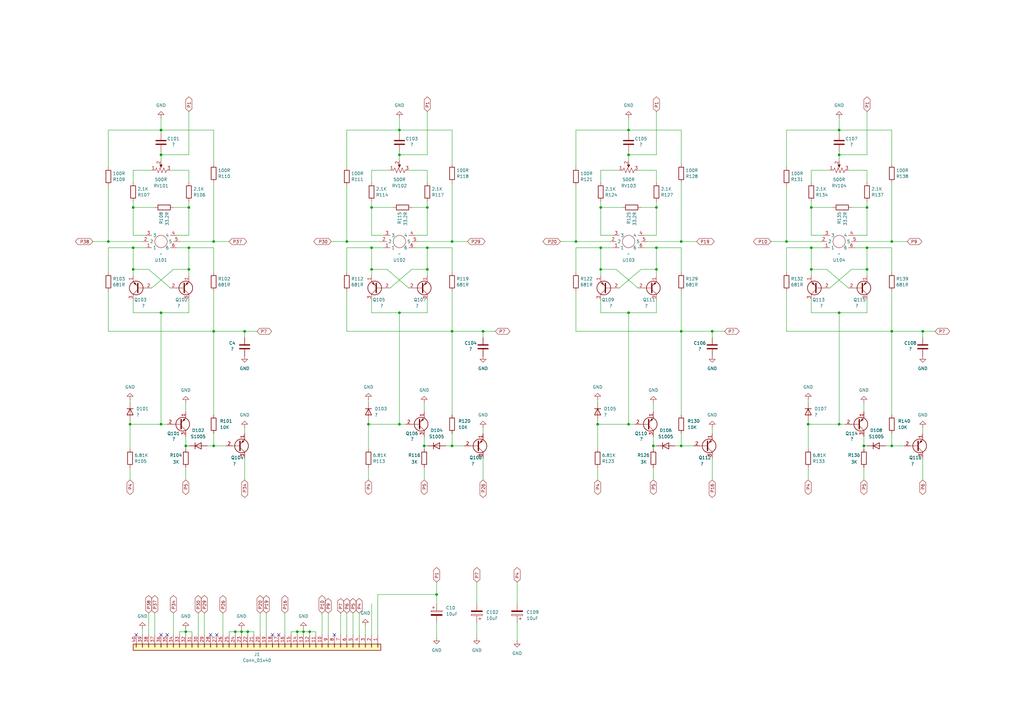
<source format=kicad_sch>
(kicad_sch (version 20250114) (generator "eeschema") (generator_version "9.0")
  (paper "A3")
  (junction (at 257.81 173.99))
  (junction (at 355.6 85.09))
  (junction (at 292.1 135.89))
  (junction (at 279.4 99.06))
  (junction (at 151.13 173.99))
  (junction (at 76.2 182.88))
  (junction (at 322.58 99.06))
  (junction (at 355.6 110.49))
  (junction (at 246.38 85.09))
  (junction (at 185.42 99.06))
  (junction (at 77.47 101.6))
  (junction (at 269.24 101.6))
  (junction (at 44.45 99.06))
  (junction (at 175.26 101.6))
  (junction (at 152.4 110.49))
  (junction (at 54.61 101.6))
  (junction (at 179.07 243.84))
  (junction (at 53.34 173.99))
  (junction (at 152.4 101.6))
  (junction (at 257.81 63.5))
  (junction (at 344.17 128.27))
  (junction (at 66.04 53.34))
  (junction (at 267.97 182.88))
  (junction (at 365.76 135.89))
  (junction (at 185.42 182.88))
  (junction (at 246.38 110.49))
  (junction (at 96.52 259.08))
  (junction (at 87.63 182.88))
  (junction (at 87.63 135.89))
  (junction (at 198.12 135.89))
  (junction (at 355.6 101.6))
  (junction (at 142.24 99.06))
  (junction (at 163.83 53.34))
  (junction (at 121.92 259.08))
  (junction (at 257.81 53.34))
  (junction (at 77.47 85.09))
  (junction (at 246.38 101.6))
  (junction (at 344.17 53.34))
  (junction (at 365.76 99.06))
  (junction (at 269.24 110.49))
  (junction (at 87.63 99.06))
  (junction (at 331.47 173.99))
  (junction (at 175.26 110.49))
  (junction (at 100.33 135.89))
  (junction (at 66.04 173.99))
  (junction (at 101.6 259.08))
  (junction (at 99.06 259.08))
  (junction (at 127 259.08))
  (junction (at 332.74 110.49))
  (junction (at 257.81 128.27))
  (junction (at 152.4 85.09))
  (junction (at 185.42 135.89))
  (junction (at 124.46 259.08))
  (junction (at 54.61 85.09))
  (junction (at 66.04 128.27))
  (junction (at 378.46 135.89))
  (junction (at 77.47 110.49))
  (junction (at 236.22 99.06))
  (junction (at 163.83 173.99))
  (junction (at 163.83 128.27))
  (junction (at 66.04 63.5))
  (junction (at 54.61 110.49))
  (junction (at 332.74 101.6))
  (junction (at 163.83 63.5))
  (junction (at 269.24 85.09))
  (junction (at 344.17 63.5))
  (junction (at 76.2 259.08))
  (junction (at 332.74 85.09))
  (junction (at 365.76 182.88))
  (junction (at 279.4 182.88))
  (junction (at 344.17 173.99))
  (junction (at 175.26 85.09))
  (junction (at 173.99 182.88))
  (junction (at 279.4 135.89))
  (junction (at 245.11 173.99))
  (junction (at 354.33 182.88))
  (no_connect (at 114.3 260.35))
  (no_connect (at 88.9 260.35))
  (no_connect (at 86.36 260.35))
  (no_connect (at 111.76 260.35))
  (no_connect (at 137.16 260.35))
  (no_connect (at 55.88 260.35))
  (no_connect (at 66.04 260.35))
  (no_connect (at 68.58 260.35))
  (wire (pts (xy 246.38 85.09) (xy 246.38 82.55)))
  (wire (pts (xy 185.42 182.88) (xy 190.5 182.88)))
  (wire (pts (xy 363.22 182.88) (xy 365.76 182.88)))
  (wire (pts (xy 344.17 54.61) (xy 344.17 53.34)))
  (wire (pts (xy 365.76 177.8) (xy 365.76 182.88)))
  (wire (pts (xy 365.76 182.88) (xy 370.84 182.88)))
  (wire (pts (xy 245.11 196.85) (xy 245.11 191.77)))
  (wire (pts (xy 262.89 110.49) (xy 254 118.11)))
  (wire (pts (xy 332.74 110.49) (xy 332.74 113.03)))
  (wire (pts (xy 267.97 184.15) (xy 267.97 182.88)))
  (wire (pts (xy 157.48 101.6) (xy 152.4 101.6)))
  (wire (pts (xy 83.82 251.46) (xy 83.82 260.35)))
  (wire (pts (xy 142.24 119.38) (xy 142.24 135.89)))
  (wire (pts (xy 127 259.08) (xy 127 260.35)))
  (wire (pts (xy 332.74 85.09) (xy 332.74 82.55)))
  (wire (pts (xy 236.22 119.38) (xy 236.22 135.89)))
  (wire (pts (xy 365.76 135.89) (xy 378.46 135.89)))
  (wire (pts (xy 245.11 173.99) (xy 245.11 184.15)))
  (wire (pts (xy 322.58 135.89) (xy 365.76 135.89)))
  (wire (pts (xy 331.47 196.85) (xy 331.47 191.77)))
  (wire (pts (xy 347.98 118.11) (xy 339.09 110.49)))
  (wire (pts (xy 349.25 110.49) (xy 340.36 118.11)))
  (wire (pts (xy 355.6 63.5) (xy 344.17 63.5)))
  (wire (pts (xy 185.42 67.31) (xy 185.42 53.34)))
  (wire (pts (xy 78.74 259.08) (xy 76.2 259.08)))
  (wire (pts (xy 96.52 260.35) (xy 96.52 259.08)))
  (wire (pts (xy 66.04 128.27) (xy 77.47 128.27)))
  (wire (pts (xy 121.92 259.08) (xy 119.38 259.08)))
  (wire (pts (xy 185.42 135.89) (xy 185.42 170.18)))
  (wire (pts (xy 269.24 110.49) (xy 262.89 110.49)))
  (wire (pts (xy 257.81 173.99) (xy 257.81 128.27)))
  (wire (pts (xy 76.2 182.88) (xy 77.47 182.88)))
  (wire (pts (xy 264.16 101.6) (xy 269.24 101.6)))
  (wire (pts (xy 71.12 251.46) (xy 71.12 260.35)))
  (wire (pts (xy 185.42 119.38) (xy 185.42 135.89)))
  (wire (pts (xy 77.47 45.72) (xy 77.47 63.5)))
  (wire (pts (xy 163.83 173.99) (xy 166.37 173.99)))
  (wire (pts (xy 93.98 99.06) (xy 87.63 99.06)))
  (wire (pts (xy 44.45 53.34) (xy 66.04 53.34)))
  (wire (pts (xy 257.81 54.61) (xy 257.81 53.34)))
  (wire (pts (xy 168.91 110.49) (xy 160.02 118.11)))
  (wire (pts (xy 142.24 101.6) (xy 152.4 101.6)))
  (wire (pts (xy 87.63 67.31) (xy 87.63 53.34)))
  (wire (pts (xy 365.76 119.38) (xy 365.76 135.89)))
  (wire (pts (xy 54.61 128.27) (xy 54.61 123.19)))
  (wire (pts (xy 101.6 260.35) (xy 101.6 259.08)))
  (wire (pts (xy 337.82 96.52) (xy 332.74 96.52)))
  (wire (pts (xy 173.99 184.15) (xy 173.99 182.88)))
  (wire (pts (xy 245.11 165.1) (xy 245.11 163.83)))
  (wire (pts (xy 179.07 243.84) (xy 154.94 243.84)))
  (wire (pts (xy 257.81 128.27) (xy 269.24 128.27)))
  (wire (pts (xy 378.46 175.26) (xy 378.46 177.8)))
  (wire (pts (xy 53.34 173.99) (xy 53.34 184.15)))
  (wire (pts (xy 77.47 101.6) (xy 77.47 110.49)))
  (wire (pts (xy 76.2 191.77) (xy 76.2 196.85)))
  (wire (pts (xy 119.38 259.08) (xy 119.38 260.35)))
  (wire (pts (xy 175.26 101.6) (xy 185.42 101.6)))
  (wire (pts (xy 152.4 96.52) (xy 152.4 85.09)))
  (wire (pts (xy 378.46 187.96) (xy 378.46 196.85)))
  (wire (pts (xy 261.62 118.11) (xy 252.73 110.49)))
  (wire (pts (xy 87.63 135.89) (xy 100.33 135.89)))
  (wire (pts (xy 142.24 251.46) (xy 142.24 260.35)))
  (wire (pts (xy 246.38 96.52) (xy 246.38 85.09)))
  (wire (pts (xy 87.63 135.89) (xy 87.63 170.18)))
  (wire (pts (xy 109.22 251.46) (xy 109.22 260.35)))
  (wire (pts (xy 59.69 101.6) (xy 54.61 101.6)))
  (wire (pts (xy 152.4 69.85) (xy 152.4 74.93)))
  (wire (pts (xy 100.33 187.96) (xy 100.33 196.85)))
  (wire (pts (xy 69.85 69.85) (xy 77.47 69.85)))
  (wire (pts (xy 322.58 119.38) (xy 322.58 135.89)))
  (wire (pts (xy 53.34 173.99) (xy 66.04 173.99)))
  (wire (pts (xy 355.6 110.49) (xy 355.6 113.03)))
  (wire (pts (xy 355.6 101.6) (xy 355.6 110.49)))
  (wire (pts (xy 331.47 173.99) (xy 344.17 173.99)))
  (wire (pts (xy 355.6 110.49) (xy 349.25 110.49)))
  (wire (pts (xy 54.61 128.27) (xy 66.04 128.27)))
  (wire (pts (xy 173.99 182.88) (xy 175.26 182.88)))
  (wire (pts (xy 142.24 76.2) (xy 142.24 99.06)))
  (wire (pts (xy 54.61 69.85) (xy 54.61 74.93)))
  (wire (pts (xy 151.13 172.72) (xy 151.13 173.99)))
  (wire (pts (xy 279.4 67.31) (xy 279.4 53.34)))
  (wire (pts (xy 344.17 53.34) (xy 365.76 53.34)))
  (wire (pts (xy 175.26 101.6) (xy 175.26 110.49)))
  (wire (pts (xy 185.42 135.89) (xy 198.12 135.89)))
  (wire (pts (xy 195.58 238.76) (xy 195.58 247.65)))
  (wire (pts (xy 44.45 101.6) (xy 44.45 111.76)))
  (wire (pts (xy 76.2 165.1) (xy 76.2 168.91)))
  (wire (pts (xy 198.12 135.89) (xy 198.12 138.43)))
  (wire (pts (xy 279.4 177.8) (xy 279.4 182.88)))
  (wire (pts (xy 292.1 135.89) (xy 297.18 135.89)))
  (wire (pts (xy 151.13 165.1) (xy 151.13 163.83)))
  (wire (pts (xy 198.12 135.89) (xy 203.2 135.89)))
  (wire (pts (xy 66.04 62.23) (xy 66.04 63.5)))
  (wire (pts (xy 168.91 85.09) (xy 175.26 85.09)))
  (wire (pts (xy 182.88 182.88) (xy 185.42 182.88)))
  (wire (pts (xy 100.33 175.26) (xy 100.33 177.8)))
  (wire (pts (xy 73.66 99.06) (xy 87.63 99.06)))
  (wire (pts (xy 332.74 96.52) (xy 332.74 85.09)))
  (wire (pts (xy 279.4 135.89) (xy 279.4 170.18)))
  (wire (pts (xy 44.45 53.34) (xy 44.45 68.58)))
  (wire (pts (xy 262.89 85.09) (xy 269.24 85.09)))
  (wire (pts (xy 167.64 69.85) (xy 175.26 69.85)))
  (wire (pts (xy 316.23 99.06) (xy 322.58 99.06)))
  (wire (pts (xy 63.5 85.09) (xy 54.61 85.09)))
  (wire (pts (xy 355.6 85.09) (xy 355.6 82.55)))
  (wire (pts (xy 72.39 96.52) (xy 77.47 96.52)))
  (wire (pts (xy 212.09 238.76) (xy 212.09 247.65)))
  (wire (pts (xy 152.4 101.6) (xy 152.4 110.49)))
  (wire (pts (xy 236.22 101.6) (xy 236.22 111.76)))
  (wire (pts (xy 163.83 54.61) (xy 163.83 53.34)))
  (wire (pts (xy 265.43 99.06) (xy 279.4 99.06)))
  (wire (pts (xy 62.23 69.85) (xy 54.61 69.85)))
  (wire (pts (xy 44.45 135.89) (xy 87.63 135.89)))
  (wire (pts (xy 93.98 259.08) (xy 96.52 259.08)))
  (wire (pts (xy 341.63 85.09) (xy 332.74 85.09)))
  (wire (pts (xy 251.46 96.52) (xy 246.38 96.52)))
  (wire (pts (xy 53.34 196.85) (xy 53.34 191.77)))
  (wire (pts (xy 365.76 99.06) (xy 365.76 74.93)))
  (wire (pts (xy 66.04 53.34) (xy 66.04 48.26)))
  (wire (pts (xy 372.11 99.06) (xy 365.76 99.06)))
  (wire (pts (xy 322.58 101.6) (xy 332.74 101.6)))
  (wire (pts (xy 87.63 99.06) (xy 87.63 74.93)))
  (wire (pts (xy 173.99 182.88) (xy 173.99 179.07)))
  (wire (pts (xy 142.24 135.89) (xy 185.42 135.89)))
  (wire (pts (xy 151.13 173.99) (xy 163.83 173.99)))
  (wire (pts (xy 355.6 96.52) (xy 355.6 85.09)))
  (wire (pts (xy 167.64 118.11) (xy 158.75 110.49)))
  (wire (pts (xy 279.4 135.89) (xy 292.1 135.89)))
  (wire (pts (xy 349.25 85.09) (xy 355.6 85.09)))
  (wire (pts (xy 344.17 63.5) (xy 344.17 66.04)))
  (wire (pts (xy 331.47 172.72) (xy 331.47 173.99)))
  (wire (pts (xy 77.47 110.49) (xy 77.47 113.03)))
  (wire (pts (xy 279.4 99.06) (xy 279.4 74.93)))
  (wire (pts (xy 44.45 101.6) (xy 54.61 101.6)))
  (wire (pts (xy 269.24 69.85) (xy 269.24 74.93)))
  (wire (pts (xy 124.46 259.08) (xy 121.92 259.08)))
  (wire (pts (xy 66.04 173.99) (xy 68.58 173.99)))
  (wire (pts (xy 257.81 53.34) (xy 279.4 53.34)))
  (wire (pts (xy 344.17 53.34) (xy 344.17 48.26)))
  (wire (pts (xy 66.04 54.61) (xy 66.04 53.34)))
  (wire (pts (xy 106.68 251.46) (xy 106.68 260.35)))
  (wire (pts (xy 179.07 238.76) (xy 179.07 243.84)))
  (wire (pts (xy 76.2 257.81) (xy 76.2 259.08)))
  (wire (pts (xy 179.07 243.84) (xy 179.07 247.65)))
  (wire (pts (xy 292.1 175.26) (xy 292.1 177.8)))
  (wire (pts (xy 355.6 69.85) (xy 355.6 74.93)))
  (wire (pts (xy 246.38 101.6) (xy 246.38 110.49)))
  (wire (pts (xy 77.47 110.49) (xy 71.12 110.49)))
  (wire (pts (xy 77.47 69.85) (xy 77.47 74.93)))
  (wire (pts (xy 116.84 251.46) (xy 116.84 260.35)))
  (wire (pts (xy 175.26 96.52) (xy 175.26 85.09)))
  (wire (pts (xy 344.17 128.27) (xy 355.6 128.27)))
  (wire (pts (xy 355.6 101.6) (xy 365.76 101.6)))
  (wire (pts (xy 236.22 76.2) (xy 236.22 99.06)))
  (wire (pts (xy 257.81 63.5) (xy 257.81 66.04)))
  (wire (pts (xy 60.96 110.49) (xy 54.61 110.49)))
  (wire (pts (xy 142.24 53.34) (xy 163.83 53.34)))
  (wire (pts (xy 121.92 259.08) (xy 121.92 260.35)))
  (wire (pts (xy 365.76 111.76) (xy 365.76 101.6)))
  (wire (pts (xy 365.76 67.31) (xy 365.76 53.34)))
  (wire (pts (xy 175.26 45.72) (xy 175.26 63.5)))
  (wire (pts (xy 53.34 172.72) (xy 53.34 173.99)))
  (wire (pts (xy 344.17 62.23) (xy 344.17 63.5)))
  (wire (pts (xy 99.06 260.35) (xy 99.06 259.08)))
  (wire (pts (xy 198.12 175.26) (xy 198.12 177.8)))
  (wire (pts (xy 350.52 96.52) (xy 355.6 96.52)))
  (wire (pts (xy 269.24 110.49) (xy 269.24 113.03)))
  (wire (pts (xy 152.4 128.27) (xy 163.83 128.27)))
  (wire (pts (xy 77.47 85.09) (xy 77.47 82.55)))
  (wire (pts (xy 129.54 259.08) (xy 127 259.08)))
  (wire (pts (xy 175.26 63.5) (xy 163.83 63.5)))
  (wire (pts (xy 269.24 85.09) (xy 269.24 82.55)))
  (wire (pts (xy 124.46 257.81) (xy 124.46 259.08)))
  (wire (pts (xy 152.4 85.09) (xy 152.4 82.55)))
  (wire (pts (xy 54.61 110.49) (xy 54.61 113.03)))
  (wire (pts (xy 257.81 53.34) (xy 257.81 48.26)))
  (wire (pts (xy 257.81 62.23) (xy 257.81 63.5)))
  (wire (pts (xy 179.07 255.27) (xy 179.07 261.62)))
  (wire (pts (xy 236.22 101.6) (xy 246.38 101.6)))
  (wire (pts (xy 269.24 128.27) (xy 269.24 123.19)))
  (wire (pts (xy 245.11 172.72) (xy 245.11 173.99)))
  (wire (pts (xy 279.4 111.76) (xy 279.4 101.6)))
  (wire (pts (xy 44.45 76.2) (xy 44.45 99.06)))
  (wire (pts (xy 77.47 63.5) (xy 66.04 63.5)))
  (wire (pts (xy 355.6 128.27) (xy 355.6 123.19)))
  (wire (pts (xy 198.12 187.96) (xy 198.12 196.85)))
  (wire (pts (xy 322.58 76.2) (xy 322.58 99.06)))
  (wire (pts (xy 163.83 63.5) (xy 163.83 66.04)))
  (wire (pts (xy 254 69.85) (xy 246.38 69.85)))
  (wire (pts (xy 147.32 251.46) (xy 147.32 260.35)))
  (wire (pts (xy 212.09 255.27) (xy 212.09 262.89)))
  (wire (pts (xy 77.47 96.52) (xy 77.47 85.09)))
  (wire (pts (xy 142.24 99.06) (xy 156.21 99.06)))
  (wire (pts (xy 163.83 128.27) (xy 175.26 128.27)))
  (wire (pts (xy 163.83 62.23) (xy 163.83 63.5)))
  (wire (pts (xy 322.58 101.6) (xy 322.58 111.76)))
  (wire (pts (xy 246.38 110.49) (xy 246.38 113.03)))
  (wire (pts (xy 100.33 135.89) (xy 105.41 135.89)))
  (wire (pts (xy 175.26 110.49) (xy 168.91 110.49)))
  (wire (pts (xy 66.04 173.99) (xy 66.04 128.27)))
  (wire (pts (xy 251.46 101.6) (xy 246.38 101.6)))
  (wire (pts (xy 44.45 119.38) (xy 44.45 135.89)))
  (wire (pts (xy 246.38 128.27) (xy 246.38 123.19)))
  (wire (pts (xy 151.13 173.99) (xy 151.13 184.15)))
  (wire (pts (xy 351.79 99.06) (xy 365.76 99.06)))
  (wire (pts (xy 185.42 111.76) (xy 185.42 101.6)))
  (wire (pts (xy 185.42 99.06) (xy 185.42 74.93)))
  (wire (pts (xy 267.97 191.77) (xy 267.97 196.85)))
  (wire (pts (xy 261.62 69.85) (xy 269.24 69.85)))
  (wire (pts (xy 337.82 101.6) (xy 332.74 101.6)))
  (wire (pts (xy 355.6 45.72) (xy 355.6 63.5)))
  (wire (pts (xy 72.39 101.6) (xy 77.47 101.6)))
  (wire (pts (xy 344.17 173.99) (xy 344.17 128.27)))
  (wire (pts (xy 76.2 184.15) (xy 76.2 182.88)))
  (wire (pts (xy 322.58 53.34) (xy 344.17 53.34)))
  (wire (pts (xy 158.75 110.49) (xy 152.4 110.49)))
  (wire (pts (xy 163.83 53.34) (xy 185.42 53.34)))
  (wire (pts (xy 378.46 135.89) (xy 378.46 138.43)))
  (wire (pts (xy 378.46 135.89) (xy 383.54 135.89)))
  (wire (pts (xy 269.24 63.5) (xy 257.81 63.5)))
  (wire (pts (xy 347.98 69.85) (xy 355.6 69.85)))
  (wire (pts (xy 332.74 69.85) (xy 332.74 74.93)))
  (wire (pts (xy 132.08 251.46) (xy 132.08 260.35)))
  (wire (pts (xy 267.97 182.88) (xy 267.97 179.07)))
  (wire (pts (xy 354.33 191.77) (xy 354.33 196.85)))
  (wire (pts (xy 365.76 135.89) (xy 365.76 170.18)))
  (wire (pts (xy 124.46 259.08) (xy 124.46 260.35)))
  (wire (pts (xy 81.28 251.46) (xy 81.28 260.35)))
  (wire (pts (xy 285.75 99.06) (xy 279.4 99.06)))
  (wire (pts (xy 185.42 177.8) (xy 185.42 182.88)))
  (wire (pts (xy 354.33 182.88) (xy 355.6 182.88)))
  (wire (pts (xy 332.74 128.27) (xy 344.17 128.27)))
  (wire (pts (xy 151.13 196.85) (xy 151.13 191.77)))
  (wire (pts (xy 170.18 96.52) (xy 175.26 96.52)))
  (wire (pts (xy 99.06 257.81) (xy 99.06 259.08)))
  (wire (pts (xy 269.24 45.72) (xy 269.24 63.5)))
  (wire (pts (xy 149.86 256.54) (xy 149.86 260.35)))
  (wire (pts (xy 175.26 69.85) (xy 175.26 74.93)))
  (wire (pts (xy 236.22 53.34) (xy 236.22 68.58)))
  (wire (pts (xy 279.4 119.38) (xy 279.4 135.89)))
  (wire (pts (xy 60.96 251.46) (xy 60.96 260.35)))
  (wire (pts (xy 69.85 118.11) (xy 60.96 110.49)))
  (wire (pts (xy 173.99 191.77) (xy 173.99 196.85)))
  (wire (pts (xy 170.18 101.6) (xy 175.26 101.6)))
  (wire (pts (xy 344.17 173.99) (xy 346.71 173.99)))
  (wire (pts (xy 91.44 251.46) (xy 91.44 260.35)))
  (wire (pts (xy 71.12 110.49) (xy 62.23 118.11)))
  (wire (pts (xy 85.09 182.88) (xy 87.63 182.88)))
  (wire (pts (xy 332.74 101.6) (xy 332.74 110.49)))
  (wire (pts (xy 76.2 259.08) (xy 76.2 260.35)))
  (wire (pts (xy 77.47 101.6) (xy 87.63 101.6)))
  (wire (pts (xy 104.14 260.35) (xy 104.14 259.08)))
  (wire (pts (xy 292.1 135.89) (xy 292.1 138.43)))
  (wire (pts (xy 269.24 182.88) (xy 267.97 182.88)))
  (wire (pts (xy 87.63 111.76) (xy 87.63 101.6)))
  (wire (pts (xy 163.83 173.99) (xy 163.83 128.27)))
  (wire (pts (xy 54.61 101.6) (xy 54.61 110.49)))
  (wire (pts (xy 245.11 173.99) (xy 257.81 173.99)))
  (wire (pts (xy 73.66 259.08) (xy 76.2 259.08)))
  (wire (pts (xy 339.09 110.49) (xy 332.74 110.49)))
  (wire (pts (xy 152.4 128.27) (xy 152.4 123.19)))
  (wire (pts (xy 100.33 135.89) (xy 100.33 138.43)))
  (wire (pts (xy 236.22 135.89) (xy 279.4 135.89)))
  (wire (pts (xy 175.26 85.09) (xy 175.26 82.55)))
  (wire (pts (xy 58.42 257.81) (xy 58.42 260.35)))
  (wire (pts (xy 87.63 119.38) (xy 87.63 135.89)))
  (wire (pts (xy 229.87 99.06) (xy 236.22 99.06)))
  (wire (pts (xy 73.66 260.35) (xy 73.66 259.08)))
  (wire (pts (xy 331.47 173.99) (xy 331.47 184.15)))
  (wire (pts (xy 246.38 69.85) (xy 246.38 74.93)))
  (wire (pts (xy 87.63 182.88) (xy 92.71 182.88)))
  (wire (pts (xy 142.24 101.6) (xy 142.24 111.76)))
  (wire (pts (xy 71.12 85.09) (xy 77.47 85.09)))
  (wire (pts (xy 134.62 251.46) (xy 134.62 260.35)))
  (wire (pts (xy 354.33 165.1) (xy 354.33 168.91)))
  (wire (pts (xy 63.5 251.46) (xy 63.5 260.35)))
  (wire (pts (xy 292.1 187.96) (xy 292.1 196.85)))
  (wire (pts (xy 354.33 182.88) (xy 354.33 179.07)))
  (wire (pts (xy 66.04 53.34) (xy 87.63 53.34)))
  (wire (pts (xy 157.48 96.52) (xy 152.4 96.52)))
  (wire (pts (xy 350.52 101.6) (xy 355.6 101.6)))
  (wire (pts (xy 276.86 182.88) (xy 279.4 182.88)))
  (wire (pts (xy 44.45 99.06) (xy 58.42 99.06)))
  (wire (pts (xy 264.16 96.52) (xy 269.24 96.52)))
  (wire (pts (xy 267.97 165.1) (xy 267.97 168.91)))
  (wire (pts (xy 135.89 99.06) (xy 142.24 99.06)))
  (wire (pts (xy 53.34 165.1) (xy 53.34 163.83)))
  (wire (pts (xy 175.26 110.49) (xy 175.26 113.03)))
  (wire (pts (xy 279.4 182.88) (xy 284.48 182.88)))
  (wire (pts (xy 154.94 243.84) (xy 154.94 260.35)))
  (wire (pts (xy 54.61 85.09) (xy 54.61 82.55)))
  (wire (pts (xy 354.33 184.15) (xy 354.33 182.88)))
  (wire (pts (xy 252.73 110.49) (xy 246.38 110.49)))
  (wire (pts (xy 76.2 182.88) (xy 76.2 179.07)))
  (wire (pts (xy 191.77 99.06) (xy 185.42 99.06)))
  (wire (pts (xy 173.99 165.1) (xy 173.99 168.91)))
  (wire (pts (xy 322.58 53.34) (xy 322.58 68.58)))
  (wire (pts (xy 246.38 128.27) (xy 257.81 128.27)))
  (wire (pts (xy 129.54 260.35) (xy 129.54 259.08)))
  (wire (pts (xy 331.47 165.1) (xy 331.47 163.83)))
  (wire (pts (xy 77.47 128.27) (xy 77.47 123.19)))
  (wire (pts (xy 171.45 99.06) (xy 185.42 99.06)))
  (wire (pts (xy 144.78 251.46) (xy 144.78 260.35)))
  (wire (pts (xy 104.14 259.08) (xy 101.6 259.08)))
  (wire (pts (xy 163.83 53.34) (xy 163.83 48.26)))
  (wire (pts (xy 322.58 99.06) (xy 336.55 99.06)))
  (wire (pts (xy 99.06 259.08) (xy 96.52 259.08)))
  (wire (pts (xy 175.26 128.27) (xy 175.26 123.19)))
  (wire (pts (xy 127 259.08) (xy 124.46 259.08)))
  (wire (pts (xy 59.69 96.52) (xy 54.61 96.52)))
  (wire (pts (xy 255.27 85.09) (xy 246.38 85.09)))
  (wire (pts (xy 195.58 255.27) (xy 195.58 261.62)))
  (wire (pts (xy 160.02 69.85) (xy 152.4 69.85)))
  (wire (pts (xy 101.6 259.08) (xy 99.06 259.08)))
  (wire (pts (xy 152.4 110.49) (xy 152.4 113.03)))
  (wire (pts (xy 340.36 69.85) (xy 332.74 69.85)))
  (wire (pts (xy 93.98 259.08) (xy 93.98 260.35)))
  (wire (pts (xy 142.24 53.34) (xy 142.24 68.58)))
  (wire (pts (xy 332.74 128.27) (xy 332.74 123.19)))
  (wire (pts (xy 161.29 85.09) (xy 152.4 85.09)))
  (wire (pts (xy 78.74 260.35) (xy 78.74 259.08)))
  (wire (pts (xy 66.04 63.5) (xy 66.04 66.04)))
  (wire (pts (xy 257.81 173.99) (xy 260.35 173.99)))
  (wire (pts (xy 236.22 53.34) (xy 257.81 53.34)))
  (wire (pts (xy 236.22 99.06) (xy 250.19 99.06)))
  (wire (pts (xy 87.63 177.8) (xy 87.63 182.88)))
  (wire (pts (xy 269.24 96.52) (xy 269.24 85.09)))
  (wire (pts (xy 54.61 96.52) (xy 54.61 85.09)))
  (wire (pts (xy 139.7 251.46) (xy 139.7 260.35)))
  (wire (pts (xy 152.4 247.65) (xy 152.4 260.35)))
  (wire (pts (xy 269.24 101.6) (xy 279.4 101.6)))
  (wire (pts (xy 269.24 101.6) (xy 269.24 110.49)))
  (wire (pts (xy 38.1 99.06) (xy 44.45 99.06)))
  (global_label "P26" (shape bidirectional) (at 91.44 251.46 90) (property "Intersheetrefs" "${INTERSHEET_REFS}" (effects (hide yes))))
  (global_label "P10" (shape bidirectional) (at 132.08 251.46 90) (property "Intersheetrefs" "${INTERSHEET_REFS}" (effects (hide yes))))
  (global_label "P26" (shape bidirectional) (at 198.12 196.85 270) (property "Intersheetrefs" "${INTERSHEET_REFS}" (effects (hide yes))))
  (global_label "P7" (shape bidirectional) (at 297.18 135.89 0) (property "Intersheetrefs" "${INTERSHEET_REFS}" (effects (hide yes))))
  (global_label "P16" (shape bidirectional) (at 292.1 196.85 270) (property "Intersheetrefs" "${INTERSHEET_REFS}" (effects (hide yes))))
  (global_label "P7" (shape bidirectional) (at 105.41 135.89 0) (property "Intersheetrefs" "${INTERSHEET_REFS}" (effects (hide yes))))
  (global_label "P5" (shape bidirectional) (at 76.2 196.85 270) (property "Intersheetrefs" "${INTERSHEET_REFS}" (effects (hide yes))))
  (global_label "P38" (shape bidirectional) (at 60.96 251.46 90) (property "Intersheetrefs" "${INTERSHEET_REFS}" (effects (hide yes))))
  (global_label "P20" (shape bidirectional) (at 229.87 99.06 180) (property "Intersheetrefs" "${INTERSHEET_REFS}" (effects (hide yes))))
  (global_label "P5" (shape bidirectional) (at 173.99 196.85 270) (property "Intersheetrefs" "${INTERSHEET_REFS}" (effects (hide yes))))
  (global_label "P4" (shape bidirectional) (at 151.13 196.85 270) (property "Intersheetrefs" "${INTERSHEET_REFS}" (effects (hide yes))))
  (global_label "P6" (shape bidirectional) (at 378.46 196.85 270) (property "Intersheetrefs" "${INTERSHEET_REFS}" (effects (hide yes))))
  (global_label "P30" (shape bidirectional) (at 81.28 251.46 90) (property "Intersheetrefs" "${INTERSHEET_REFS}" (effects (hide yes))))
  (global_label "P9" (shape bidirectional) (at 372.11 99.06 0) (property "Intersheetrefs" "${INTERSHEET_REFS}" (effects (hide yes))))
  (global_label "P16" (shape bidirectional) (at 116.84 251.46 90) (property "Intersheetrefs" "${INTERSHEET_REFS}" (effects (hide yes))))
  (global_label "P30" (shape bidirectional) (at 135.89 99.06 180) (property "Intersheetrefs" "${INTERSHEET_REFS}" (effects (hide yes))))
  (global_label "P7" (shape bidirectional) (at 139.7 251.46 90) (property "Intersheetrefs" "${INTERSHEET_REFS}" (effects (hide yes))))
  (global_label "P29" (shape bidirectional) (at 83.82 251.46 90) (property "Intersheetrefs" "${INTERSHEET_REFS}" (effects (hide yes))))
  (global_label "P7" (shape bidirectional) (at 195.58 238.76 90) (property "Intersheetrefs" "${INTERSHEET_REFS}" (effects (hide yes))))
  (global_label "P4" (shape bidirectional) (at 53.34 196.85 270) (property "Intersheetrefs" "${INTERSHEET_REFS}" (effects (hide yes))))
  (global_label "P1" (shape bidirectional) (at 179.07 238.76 90) (property "Intersheetrefs" "${INTERSHEET_REFS}" (effects (hide yes))))
  (global_label "P5" (shape bidirectional) (at 354.33 196.85 270) (property "Intersheetrefs" "${INTERSHEET_REFS}" (effects (hide yes))))
  (global_label "P34" (shape bidirectional) (at 71.12 251.46 90) (property "Intersheetrefs" "${INTERSHEET_REFS}" (effects (hide yes))))
  (global_label "P7" (shape bidirectional) (at 383.54 135.89 0) (property "Intersheetrefs" "${INTERSHEET_REFS}" (effects (hide yes))))
  (global_label "P37" (shape bidirectional) (at 63.5 251.46 90) (property "Intersheetrefs" "${INTERSHEET_REFS}" (effects (hide yes))))
  (global_label "P19" (shape bidirectional) (at 285.75 99.06 0) (property "Intersheetrefs" "${INTERSHEET_REFS}" (effects (hide yes))))
  (global_label "P1" (shape bidirectional) (at 77.47 45.72 90) (property "Intersheetrefs" "${INTERSHEET_REFS}" (effects (hide yes))))
  (global_label "P29" (shape bidirectional) (at 191.77 99.06 0) (property "Intersheetrefs" "${INTERSHEET_REFS}" (effects (hide yes))))
  (global_label "P1" (shape bidirectional) (at 175.26 45.72 90) (property "Intersheetrefs" "${INTERSHEET_REFS}" (effects (hide yes))))
  (global_label "P4" (shape bidirectional) (at 245.11 196.85 270) (property "Intersheetrefs" "${INTERSHEET_REFS}" (effects (hide yes))))
  (global_label "P4" (shape bidirectional) (at 212.09 238.76 90) (property "Intersheetrefs" "${INTERSHEET_REFS}" (effects (hide yes))))
  (global_label "P1" (shape bidirectional) (at 355.6 45.72 90) (property "Intersheetrefs" "${INTERSHEET_REFS}" (effects (hide yes))))
  (global_label "P38" (shape bidirectional) (at 38.1 99.06 180) (property "Intersheetrefs" "${INTERSHEET_REFS}" (effects (hide yes))))
  (global_label "P34" (shape bidirectional) (at 100.33 196.85 270) (property "Intersheetrefs" "${INTERSHEET_REFS}" (effects (hide yes))))
  (global_label "P5" (shape bidirectional) (at 144.78 251.46 90) (property "Intersheetrefs" "${INTERSHEET_REFS}" (effects (hide yes))))
  (global_label "P9" (shape bidirectional) (at 134.62 251.46 90) (property "Intersheetrefs" "${INTERSHEET_REFS}" (effects (hide yes))))
  (global_label "P20" (shape bidirectional) (at 106.68 251.46 90) (property "Intersheetrefs" "${INTERSHEET_REFS}" (effects (hide yes))))
  (global_label "P4" (shape bidirectional) (at 147.32 251.46 90) (property "Intersheetrefs" "${INTERSHEET_REFS}" (effects (hide yes))))
  (global_label "P5" (shape bidirectional) (at 267.97 196.85 270) (property "Intersheetrefs" "${INTERSHEET_REFS}" (effects (hide yes))))
  (global_label "P6" (shape bidirectional) (at 142.24 251.46 90) (property "Intersheetrefs" "${INTERSHEET_REFS}" (effects (hide yes))))
  (global_label "P4" (shape bidirectional) (at 331.47 196.85 270) (property "Intersheetrefs" "${INTERSHEET_REFS}" (effects (hide yes))))
  (global_label "P7" (shape bidirectional) (at 203.2 135.89 0) (property "Intersheetrefs" "${INTERSHEET_REFS}" (effects (hide yes))))
  (global_label "P37" (shape bidirectional) (at 93.98 99.06 0) (property "Intersheetrefs" "${INTERSHEET_REFS}" (effects (hide yes))))
  (global_label "P1" (shape bidirectional) (at 269.24 45.72 90) (property "Intersheetrefs" "${INTERSHEET_REFS}" (effects (hide yes))))
  (global_label "P10" (shape bidirectional) (at 316.23 99.06 180) (property "Intersheetrefs" "${INTERSHEET_REFS}" (effects (hide yes))))
  (global_label "P19" (shape bidirectional) (at 109.22 251.46 90) (property "Intersheetrefs" "${INTERSHEET_REFS}" (effects (hide yes))))
  (symbol (lib_id "Device:R") (at 279.4 71.12 0) (mirror x) (unit 1)
    (property "Reference" "R128" (at 281.178 72.3322 0) (effects (justify left)))
    (property "Value" "100R" (at 281.178 69.9079 0) (effects (justify left)))
    (property "Footprint" "Resistor_THT:R_Axial_DIN0309_L9.0mm_D3.2mm_P15.24mm_Horizontal" (effects (hide yes)))
    (property "Description" "Resistor" (effects (hide yes)))
  )
  (symbol (lib_id "Device:R") (at 173.99 187.96 0) (unit 1)
    (property "Reference" "R116" (at 167.386 186.69 0) (effects (justify left)))
    (property "Value" "3K" (at 168.656 189.484 0) (effects (justify left)))
    (property "Footprint" "Resistor_THT:R_Axial_DIN0207_L6.3mm_D2.5mm_P10.16mm_Horizontal" (effects (hide yes)))
    (property "Description" "Resistor" (effects (hide yes)))
  )
  (symbol (lib_id "Diode:1N4448") (at 245.11 168.91 270) (unit 1)
    (property "Reference" "D105" (at 247.65 167.6399 90) (effects (justify left)))
    (property "Value" "?" (at 247.65 170.1799 90) (effects (justify left)))
    (property "Footprint" "Diode_THT:D_DO-35_SOD27_P12.70mm_Horizontal" (effects (hide yes)))
    (property "Datasheet" "https://assets.nexperia.com/documents/data-sheet/1N4148_1N4448.pdf" (effects (hide yes)))
    (property "Description" "100V 0.15A High-speed standard diode, DO-35" (effects (hide yes)))
    (property "Sim.Device" "D" (effects (hide yes)))
    (property "Sim.Pins" "1=K 2=A" (effects (hide yes)))
  )
  (symbol (lib_id "Device:R") (at 245.11 187.96 0) (mirror x) (unit 1)
    (property "Reference" "R123" (at 246.888 189.1722 0) (effects (justify left)))
    (property "Value" "6.81K" (at 246.888 186.7479 0) (effects (justify left)))
    (property "Footprint" "Resistor_THT:R_Axial_DIN0309_L9.0mm_D3.2mm_P15.24mm_Horizontal" (effects (hide yes)))
    (property "Description" "Resistor" (effects (hide yes)))
  )
  (symbol (lib_id "Device:R") (at 267.97 187.96 0) (unit 1)
    (property "Reference" "R126" (at 261.366 186.69 0) (effects (justify left)))
    (property "Value" "3K" (at 262.636 189.484 0) (effects (justify left)))
    (property "Footprint" "Resistor_THT:R_Axial_DIN0207_L6.3mm_D2.5mm_P10.16mm_Horizontal" (effects (hide yes)))
    (property "Description" "Resistor" (effects (hide yes)))
  )
  (symbol (lib_id "power:GND") (at 58.42 257.81 180) (unit 1)
    (property "Reference" "#PWR0105" (effects (hide yes)))
    (property "Value" "GND" (at 58.42 252.73 0))
    (property "Description" "Power symbol creates a global label with name \"GND\" , ground" (effects (hide yes)))
  )
  (symbol (lib_id "power:GND") (at 99.06 257.81 180) (unit 1)
    (property "Reference" "#PWR0108" (effects (hide yes)))
    (property "Value" "GND" (at 99.06 252.73 0))
    (property "Description" "Power symbol creates a global label with name \"GND\" , ground" (effects (hide yes)))
  )
  (symbol (lib_id "power:GND") (at 331.47 163.83 180) (unit 1)
    (property "Reference" "#PWR0122" (effects (hide yes)))
    (property "Value" "GND" (at 331.47 158.75 0))
    (property "Description" "Power symbol creates a global label with name \"GND\" , ground" (effects (hide yes)))
  )
  (symbol (lib_id "Device:R") (at 365.76 173.99 0) (unit 1)
    (property "Reference" "R140" (at 368.3 172.7199 0) (effects (justify left)))
    (property "Value" "10K" (at 368.3 175.2599 0) (effects (justify left)))
    (property "Footprint" "Resistor_THT:R_Axial_DIN0207_L6.3mm_D2.5mm_P10.16mm_Horizontal" (effects (hide yes)))
    (property "Description" "Resistor" (effects (hide yes)))
  )
  (symbol (lib_id "Device:R") (at 365.76 71.12 0) (mirror x) (unit 1)
    (property "Reference" "R138" (at 367.538 72.3322 0) (effects (justify left)))
    (property "Value" "100R" (at 367.538 69.9079 0) (effects (justify left)))
    (property "Footprint" "Resistor_THT:R_Axial_DIN0309_L9.0mm_D3.2mm_P15.24mm_Horizontal" (effects (hide yes)))
    (property "Description" "Resistor" (effects (hide yes)))
  )
  (symbol (lib_id "Device:C_Polarized") (at 212.09 251.46 180) (unit 1)
    (property "Reference" "C109" (at 215.9 251.0789 0) (effects (justify right)))
    (property "Value" "10uF" (at 215.9 253.6189 0) (effects (justify right)))
    (property "Footprint" "Capacitor_THT:CP_Axial_L11.0mm_D8.0mm_P15.00mm_Horizontal" (effects (hide yes)))
    (property "Description" "Polarized capacitor" (effects (hide yes)))
  )
  (symbol (lib_id "Device:C_Polarized") (at 179.07 251.46 0) (unit 1)
    (property "Reference" "C10" (at 182.88 249.3009 0) (effects (justify left)))
    (property "Value" "10uF" (at 182.88 251.8409 0) (effects (justify left)))
    (property "Footprint" "Capacitor_THT:CP_Axial_L11.0mm_D8.0mm_P15.00mm_Horizontal" (effects (hide yes)))
    (property "Description" "Polarized capacitor" (effects (hide yes)))
  )
  (symbol (lib_id "Device:R") (at 76.2 187.96 0) (unit 1)
    (property "Reference" "R104" (at 69.596 186.69 0) (effects (justify left)))
    (property "Value" "3K" (at 70.866 189.484 0) (effects (justify left)))
    (property "Footprint" "Resistor_THT:R_Axial_DIN0207_L6.3mm_D2.5mm_P10.16mm_Horizontal" (effects (hide yes)))
    (property "Description" "Resistor" (effects (hide yes)))
  )
  (symbol (lib_id "Device:C") (at 378.46 142.24 0) (unit 1)
    (property "Reference" "C108" (at 373.38 140.716 0))
    (property "Value" "?" (at 373.38 143.1403 0))
    (property "Footprint" "Capacitor_THT:C_Rect_L7.0mm_W3.5mm_P5.00mm" (effects (hide yes)))
    (property "Description" "Unpolarized capacitor" (effects (hide yes)))
  )
  (symbol (lib_id "Transistor_BJT:Q_PNP_EBC") (at 335.28 118.11 180) (unit 1)
    (property "Reference" "Q113" (at 338.328 122.936 0) (effects (justify left)))
    (property "Value" "?" (at 337.566 125.476 0) (effects (justify left)))
    (property "Footprint" "Package_TO_SOT_THT:TO-39-3" (effects (hide yes)))
    (property "Description" "PNP transistor, emitter/base/collector" (effects (hide yes)))
  )
  (symbol (lib_id "Device:C") (at 292.1 142.24 0) (unit 1)
    (property "Reference" "C106" (at 287.02 140.716 0))
    (property "Value" "?" (at 287.02 143.1403 0))
    (property "Footprint" "Capacitor_THT:C_Rect_L7.0mm_W3.5mm_P5.00mm" (effects (hide yes)))
    (property "Description" "Unpolarized capacitor" (effects (hide yes)))
  )
  (symbol (lib_id "Transistor_BJT:Q_PNP_EBC") (at 57.15 118.11 180) (unit 1)
    (property "Reference" "Q103" (at 60.198 122.936 0) (effects (justify left)))
    (property "Value" "?" (at 59.436 125.476 0) (effects (justify left)))
    (property "Footprint" "Package_TO_SOT_THT:TO-39-3" (effects (hide yes)))
    (property "Description" "PNP transistor, emitter/base/collector" (effects (hide yes)))
  )
  (symbol (lib_id "Device:R") (at 354.33 187.96 0) (unit 1)
    (property "Reference" "R136" (at 347.726 186.69 0) (effects (justify left)))
    (property "Value" "3K" (at 348.996 189.484 0) (effects (justify left)))
    (property "Footprint" "Resistor_THT:R_Axial_DIN0207_L6.3mm_D2.5mm_P10.16mm_Horizontal" (effects (hide yes)))
    (property "Description" "Resistor" (effects (hide yes)))
  )
  (symbol (lib_id "Device:R") (at 67.31 85.09 90) (mirror x) (unit 1)
    (property "Reference" "R108" (at 66.0978 86.868 0) (effects (justify left)))
    (property "Value" "33.2R" (at 68.5221 86.868 0) (effects (justify left)))
    (property "Footprint" "Resistor_THT:R_Axial_DIN0309_L9.0mm_D3.2mm_P15.24mm_Horizontal" (effects (hide yes)))
    (property "Description" "Resistor" (effects (hide yes)))
  )
  (symbol (lib_id "Device:R") (at 236.22 72.39 0) (mirror x) (unit 1)
    (property "Reference" "R121" (at 237.998 73.6022 0) (effects (justify left)))
    (property "Value" "100R" (at 237.998 71.1779 0) (effects (justify left)))
    (property "Footprint" "Resistor_THT:R_Axial_DIN0309_L9.0mm_D3.2mm_P15.24mm_Horizontal" (effects (hide yes)))
    (property "Description" "Resistor" (effects (hide yes)))
  )
  (symbol (lib_id "Transistor_BJT:Q_PNP_EBC") (at 289.56 182.88 0) (mirror x) (unit 1)
    (property "Reference" "Q112" (at 286.512 187.706 0) (effects (justify left)))
    (property "Value" "?" (at 287.274 190.246 0) (effects (justify left)))
    (property "Footprint" "Package_TO_SOT_THT:TO-39-3" (effects (hide yes)))
    (property "Description" "PNP transistor, emitter/base/collector" (effects (hide yes)))
  )
  (symbol (lib_id "Diode:1N4448") (at 273.05 182.88 0) (unit 1)
    (property "Reference" "D106" (at 273.05 176.53 0))
    (property "Value" "S1005" (at 273.05 179.07 0))
    (property "Footprint" "Diode_THT:D_DO-35_SOD27_P12.70mm_Horizontal" (effects (hide yes)))
    (property "Datasheet" "https://assets.nexperia.com/documents/data-sheet/1N4148_1N4448.pdf" (effects (hide yes)))
    (property "Description" "100V 0.15A High-speed standard diode, DO-35" (effects (hide yes)))
    (property "Sim.Device" "D" (effects (hide yes)))
    (property "Sim.Pins" "1=K 2=A" (effects (hide yes)))
  )
  (symbol (lib_id "Device:R") (at 87.63 115.57 0) (unit 1)
    (property "Reference" "R102" (at 89.408 114.3578 0) (effects (justify left)))
    (property "Value" "681R" (at 89.408 116.7821 0) (effects (justify left)))
    (property "Footprint" "Resistor_THT:R_Axial_DIN0309_L9.0mm_D3.2mm_P15.24mm_Horizontal" (effects (hide yes)))
    (property "Description" "Resistor" (effects (hide yes)))
  )
  (symbol (lib_id "TO_39_6:TO39-6") (at 257.81 99.06 0) (mirror x) (unit 1)
    (property "Reference" "U103" (at 257.81 106.68 0))
    (property "Value" "~" (at 257.81 104.14 0))
    (property "Footprint" "Package_TO_SOT_THT:TO-39-6" (effects (hide yes)))
  )
  (symbol (lib_id "Transistor_BJT:Q_PNP_EBC") (at 172.72 118.11 0) (mirror x) (unit 1)
    (property "Reference" "Q107" (at 169.672 122.936 0) (effects (justify left)))
    (property "Value" "?" (at 170.434 125.476 0) (effects (justify left)))
    (property "Footprint" "Package_TO_SOT_THT:TO-39-3" (effects (hide yes)))
    (property "Description" "PNP transistor, emitter/base/collector" (effects (hide yes)))
  )
  (symbol (lib_id "Device:R") (at 355.6 78.74 0) (mirror x) (unit 1)
    (property "Reference" "R137" (at 357.378 79.9522 0) (effects (justify left)))
    (property "Value" "2.1K" (at 357.378 77.5279 0) (effects (justify left)))
    (property "Footprint" "Resistor_THT:R_Axial_DIN0309_L9.0mm_D3.2mm_P15.24mm_Horizontal" (effects (hide yes)))
    (property "Description" "Resistor" (effects (hide yes)))
  )
  (symbol (lib_id "power:GND") (at 267.97 165.1 180) (unit 1)
    (property "Reference" "#PWR0119" (effects (hide yes)))
    (property "Value" "GND" (at 267.97 160.02 0))
    (property "Description" "Power symbol creates a global label with name \"GND\" , ground" (effects (hide yes)))
  )
  (symbol (lib_id "Device:R") (at 185.42 115.57 0) (unit 1)
    (property "Reference" "R119" (at 187.198 114.3578 0) (effects (justify left)))
    (property "Value" "681R" (at 187.198 116.7821 0) (effects (justify left)))
    (property "Footprint" "Resistor_THT:R_Axial_DIN0309_L9.0mm_D3.2mm_P15.24mm_Horizontal" (effects (hide yes)))
    (property "Description" "Resistor" (effects (hide yes)))
  )
  (symbol (lib_id "Device:R") (at 322.58 115.57 0) (unit 1)
    (property "Reference" "R132" (at 324.358 114.3578 0) (effects (justify left)))
    (property "Value" "681R" (at 324.358 116.7821 0) (effects (justify left)))
    (property "Footprint" "Resistor_THT:R_Axial_DIN0309_L9.0mm_D3.2mm_P15.24mm_Horizontal" (effects (hide yes)))
    (property "Description" "Resistor" (effects (hide yes)))
  )
  (symbol (lib_id "Diode:1N4448") (at 331.47 168.91 270) (unit 1)
    (property "Reference" "D107" (at 334.01 167.6399 90) (effects (justify left)))
    (property "Value" "?" (at 334.01 170.1799 90) (effects (justify left)))
    (property "Footprint" "Diode_THT:D_DO-35_SOD27_P12.70mm_Horizontal" (effects (hide yes)))
    (property "Datasheet" "https://assets.nexperia.com/documents/data-sheet/1N4148_1N4448.pdf" (effects (hide yes)))
    (property "Description" "100V 0.15A High-speed standard diode, DO-35" (effects (hide yes)))
    (property "Sim.Device" "D" (effects (hide yes)))
    (property "Sim.Pins" "1=K 2=A" (effects (hide yes)))
  )
  (symbol (lib_id "Diode:1N4448") (at 179.07 182.88 0) (unit 1)
    (property "Reference" "D104" (at 179.07 176.53 0))
    (property "Value" "S1005" (at 179.07 179.07 0))
    (property "Footprint" "Diode_THT:D_DO-35_SOD27_P12.70mm_Horizontal" (effects (hide yes)))
    (property "Datasheet" "https://assets.nexperia.com/documents/data-sheet/1N4148_1N4448.pdf" (effects (hide yes)))
    (property "Description" "100V 0.15A High-speed standard diode, DO-35" (effects (hide yes)))
    (property "Sim.Device" "D" (effects (hide yes)))
    (property "Sim.Pins" "1=K 2=A" (effects (hide yes)))
  )
  (symbol (lib_id "power:GND") (at 66.04 48.26 0) (mirror x) (unit 1)
    (property "Reference" "#PWR0104" (effects (hide yes)))
    (property "Value" "GND" (at 66.04 43.18 0))
    (property "Description" "Power symbol creates a global label with name \"GND\" , ground" (effects (hide yes)))
  )
  (symbol (lib_id "Device:R") (at 44.45 72.39 0) (mirror x) (unit 1)
    (property "Reference" "R109" (at 46.228 73.6022 0) (effects (justify left)))
    (property "Value" "100R" (at 46.228 71.1779 0) (effects (justify left)))
    (property "Footprint" "Resistor_THT:R_Axial_DIN0309_L9.0mm_D3.2mm_P15.24mm_Horizontal" (effects (hide yes)))
    (property "Description" "Resistor" (effects (hide yes)))
  )
  (symbol (lib_id "Device:R") (at 345.44 85.09 90) (mirror x) (unit 1)
    (property "Reference" "R135" (at 344.2278 86.868 0) (effects (justify left)))
    (property "Value" "33.2R" (at 346.6521 86.868 0) (effects (justify left)))
    (property "Footprint" "Resistor_THT:R_Axial_DIN0309_L9.0mm_D3.2mm_P15.24mm_Horizontal" (effects (hide yes)))
    (property "Description" "Resistor" (effects (hide yes)))
  )
  (symbol (lib_id "power:GND") (at 151.13 163.83 180) (unit 1)
    (property "Reference" "#PWR0112" (effects (hide yes)))
    (property "Value" "GND" (at 151.13 158.75 0))
    (property "Description" "Power symbol creates a global label with name \"GND\" , ground" (effects (hide yes)))
  )
  (symbol (lib_id "power:GND") (at 53.34 163.83 180) (unit 1)
    (property "Reference" "#PWR0103" (effects (hide yes)))
    (property "Value" "GND" (at 53.34 158.75 0))
    (property "Description" "Power symbol creates a global label with name \"GND\" , ground" (effects (hide yes)))
  )
  (symbol (lib_id "Device:R") (at 279.4 173.99 0) (unit 1)
    (property "Reference" "R130" (at 281.94 172.7199 0) (effects (justify left)))
    (property "Value" "10K" (at 281.94 175.2599 0) (effects (justify left)))
    (property "Footprint" "Resistor_THT:R_Axial_DIN0207_L6.3mm_D2.5mm_P10.16mm_Horizontal" (effects (hide yes)))
    (property "Description" "Resistor" (effects (hide yes)))
  )
  (symbol (lib_id "Transistor_BJT:Q_PNP_EBC") (at 73.66 173.99 0) (mirror x) (unit 1)
    (property "Reference" "Q101" (at 68.58 177.8 0) (effects (justify left)))
    (property "Value" "?" (at 70.612 180.086 0) (effects (justify left)))
    (property "Footprint" "Package_TO_SOT_THT:TO-39-3" (effects (hide yes)))
    (property "Description" "PNP transistor, emitter/base/collector" (effects (hide yes)))
  )
  (symbol (lib_id "Device:R_Potentiometer_US") (at 344.17 69.85 90) (unit 1)
    (property "Reference" "RV104" (at 344.17 76.2 90))
    (property "Value" "500R" (at 344.17 73.66 90))
    (property "Footprint" "Potentiometer_THT:Potentiometer_Bourns_3339H_Vertical" (effects (hide yes)))
    (property "Description" "Potentiometer, US symbol" (effects (hide yes)))
  )
  (symbol (lib_id "Transistor_BJT:Q_PNP_EBC") (at 171.45 173.99 0) (mirror x) (unit 1)
    (property "Reference" "Q106" (at 166.37 177.8 0) (effects (justify left)))
    (property "Value" "?" (at 168.402 180.086 0) (effects (justify left)))
    (property "Footprint" "Package_TO_SOT_THT:TO-39-3" (effects (hide yes)))
    (property "Description" "PNP transistor, emitter/base/collector" (effects (hide yes)))
  )
  (symbol (lib_id "Device:C") (at 163.83 58.42 0) (mirror y) (unit 1)
    (property "Reference" "C103" (at 168.91 56.896 0))
    (property "Value" "?" (at 168.91 59.3203 0))
    (property "Footprint" "Capacitor_THT:C_Rect_L7.0mm_W3.5mm_P5.00mm" (effects (hide yes)))
    (property "Description" "Unpolarized capacitor" (effects (hide yes)))
  )
  (symbol (lib_id "Device:R_Potentiometer_US") (at 257.81 69.85 90) (unit 1)
    (property "Reference" "RV103" (at 257.81 76.2 90))
    (property "Value" "500R" (at 257.81 73.66 90))
    (property "Footprint" "Potentiometer_THT:Potentiometer_Bourns_3339H_Vertical" (effects (hide yes)))
    (property "Description" "Potentiometer, US symbol" (effects (hide yes)))
  )
  (symbol (lib_id "Diode:1N4448") (at 151.13 168.91 270) (unit 1)
    (property "Reference" "D103" (at 153.67 167.6399 90) (effects (justify left)))
    (property "Value" "?" (at 153.67 170.1799 90) (effects (justify left)))
    (property "Footprint" "Diode_THT:D_DO-35_SOD27_P12.70mm_Horizontal" (effects (hide yes)))
    (property "Datasheet" "https://assets.nexperia.com/documents/data-sheet/1N4148_1N4448.pdf" (effects (hide yes)))
    (property "Description" "100V 0.15A High-speed standard diode, DO-35" (effects (hide yes)))
    (property "Sim.Device" "D" (effects (hide yes)))
    (property "Sim.Pins" "1=K 2=A" (effects (hide yes)))
  )
  (symbol (lib_id "power:GND") (at 179.07 261.62 0) (unit 1)
    (property "Reference" "#PWR0111" (effects (hide yes)))
    (property "Value" "GND" (at 179.07 266.7 0))
    (property "Description" "Power symbol creates a global label with name \"GND\" , ground" (effects (hide yes)))
  )
  (symbol (lib_id "TO_39_6:TO39-6") (at 163.83 99.06 0) (mirror x) (unit 1)
    (property "Reference" "U102" (at 163.83 106.68 0))
    (property "Value" "~" (at 163.83 104.14 0))
    (property "Footprint" "Package_TO_SOT_THT:TO-39-6" (effects (hide yes)))
  )
  (symbol (lib_id "Transistor_BJT:Q_PNP_EBC") (at 74.93 118.11 0) (mirror x) (unit 1)
    (property "Reference" "Q102" (at 71.882 122.936 0) (effects (justify left)))
    (property "Value" "?" (at 72.644 125.476 0) (effects (justify left)))
    (property "Footprint" "Package_TO_SOT_THT:TO-39-3" (effects (hide yes)))
    (property "Description" "PNP transistor, emitter/base/collector" (effects (hide yes)))
  )
  (symbol (lib_id "Device:R") (at 365.76 115.57 0) (unit 1)
    (property "Reference" "R139" (at 367.538 114.3578 0) (effects (justify left)))
    (property "Value" "681R" (at 367.538 116.7821 0) (effects (justify left)))
    (property "Footprint" "Resistor_THT:R_Axial_DIN0309_L9.0mm_D3.2mm_P15.24mm_Horizontal" (effects (hide yes)))
    (property "Description" "Resistor" (effects (hide yes)))
  )
  (symbol (lib_id "power:GND") (at 344.17 48.26 0) (mirror x) (unit 1)
    (property "Reference" "#PWR0123" (effects (hide yes)))
    (property "Value" "GND" (at 344.17 43.18 0))
    (property "Description" "Power symbol creates a global label with name \"GND\" , ground" (effects (hide yes)))
  )
  (symbol (lib_id "Device:R") (at 53.34 187.96 0) (mirror x) (unit 1)
    (property "Reference" "R105" (at 55.118 189.1722 0) (effects (justify left)))
    (property "Value" "6.81K" (at 55.118 186.7479 0) (effects (justify left)))
    (property "Footprint" "Resistor_THT:R_Axial_DIN0309_L9.0mm_D3.2mm_P15.24mm_Horizontal" (effects (hide yes)))
    (property "Description" "Resistor" (effects (hide yes)))
  )
  (symbol (lib_id "Device:R") (at 185.42 71.12 0) (mirror x) (unit 1)
    (property "Reference" "R118" (at 187.198 72.3322 0) (effects (justify left)))
    (property "Value" "100R" (at 187.198 69.9079 0) (effects (justify left)))
    (property "Footprint" "Resistor_THT:R_Axial_DIN0309_L9.0mm_D3.2mm_P15.24mm_Horizontal" (effects (hide yes)))
    (property "Description" "Resistor" (effects (hide yes)))
  )
  (symbol (lib_id "Device:C") (at 100.33 142.24 0) (unit 1)
    (property "Reference" "C4" (at 95.25 140.716 0))
    (property "Value" "?" (at 95.25 143.1403 0))
    (property "Footprint" "Capacitor_THT:C_Rect_L7.0mm_W3.5mm_P5.00mm" (effects (hide yes)))
    (property "Description" "Unpolarized capacitor" (effects (hide yes)))
  )
  (symbol (lib_id "Device:R") (at 87.63 173.99 0) (unit 1)
    (property "Reference" "R101" (at 90.17 172.7199 0) (effects (justify left)))
    (property "Value" "10K" (at 90.17 175.2599 0) (effects (justify left)))
    (property "Footprint" "Resistor_THT:R_Axial_DIN0207_L6.3mm_D2.5mm_P10.16mm_Horizontal" (effects (hide yes)))
    (property "Description" "Resistor" (effects (hide yes)))
  )
  (symbol (lib_id "power:GND") (at 163.83 48.26 0) (mirror x) (unit 1)
    (property "Reference" "#PWR0113" (effects (hide yes)))
    (property "Value" "GND" (at 163.83 43.18 0))
    (property "Description" "Power symbol creates a global label with name \"GND\" , ground" (effects (hide yes)))
  )
  (symbol (lib_id "Device:R") (at 151.13 187.96 0) (mirror x) (unit 1)
    (property "Reference" "R113" (at 152.908 189.1722 0) (effects (justify left)))
    (property "Value" "6.81K" (at 152.908 186.7479 0) (effects (justify left)))
    (property "Footprint" "Resistor_THT:R_Axial_DIN0309_L9.0mm_D3.2mm_P15.24mm_Horizontal" (effects (hide yes)))
    (property "Description" "Resistor" (effects (hide yes)))
  )
  (symbol (lib_id "power:GND") (at 149.86 256.54 180) (unit 1)
    (property "Reference" "#PWR0110" (effects (hide yes)))
    (property "Value" "GND" (at 149.86 251.46 0))
    (property "Description" "Power symbol creates a global label with name \"GND\" , ground" (effects (hide yes)))
  )
  (symbol (lib_id "Transistor_BJT:Q_PNP_EBC") (at 375.92 182.88 0) (mirror x) (unit 1)
    (property "Reference" "Q116" (at 372.872 187.706 0) (effects (justify left)))
    (property "Value" "?" (at 373.634 190.246 0) (effects (justify left)))
    (property "Footprint" "Package_TO_SOT_THT:TO-39-3" (effects (hide yes)))
    (property "Description" "PNP transistor, emitter/base/collector" (effects (hide yes)))
  )
  (symbol (lib_id "power:GND") (at 124.46 257.81 180) (unit 1)
    (property "Reference" "#PWR0109" (effects (hide yes)))
    (property "Value" "GND" (at 124.46 252.73 0))
    (property "Description" "Power symbol creates a global label with name \"GND\" , ground" (effects (hide yes)))
  )
  (symbol (lib_id "Device:R") (at 332.74 78.74 0) (mirror x) (unit 1)
    (property "Reference" "R134" (at 334.518 79.9522 0) (effects (justify left)))
    (property "Value" "2.1K" (at 334.518 77.5279 0) (effects (justify left)))
    (property "Footprint" "Resistor_THT:R_Axial_DIN0309_L9.0mm_D3.2mm_P15.24mm_Horizontal" (effects (hide yes)))
    (property "Description" "Resistor" (effects (hide yes)))
  )
  (symbol (lib_id "Device:R") (at 322.58 72.39 0) (mirror x) (unit 1)
    (property "Reference" "R131" (at 324.358 73.6022 0) (effects (justify left)))
    (property "Value" "100R" (at 324.358 71.1779 0) (effects (justify left)))
    (property "Footprint" "Resistor_THT:R_Axial_DIN0309_L9.0mm_D3.2mm_P15.24mm_Horizontal" (effects (hide yes)))
    (property "Description" "Resistor" (effects (hide yes)))
  )
  (symbol (lib_id "Connector_Generic:Conn_01x40") (at 106.68 265.43 270) (unit 1)
    (property "Reference" "J1" (at 105.41 268.4201 90))
    (property "Value" "Conn_01x40" (at 105.41 270.8444 90))
    (property "Footprint" "Connector_PinHeader_2.54mm:PinHeader_1x40_P2.54mm_Vertical" (effects (hide yes)))
    (property "Description" "Generic connector, single row, 01x40, script generated (kicad-library-utils/schlib/autogen/connector/)" (effects (hide yes)))
  )
  (symbol (lib_id "Device:R") (at 236.22 115.57 0) (unit 1)
    (property "Reference" "R122" (at 237.998 114.3578 0) (effects (justify left)))
    (property "Value" "681R" (at 237.998 116.7821 0) (effects (justify left)))
    (property "Footprint" "Resistor_THT:R_Axial_DIN0309_L9.0mm_D3.2mm_P15.24mm_Horizontal" (effects (hide yes)))
    (property "Description" "Resistor" (effects (hide yes)))
  )
  (symbol (lib_id "power:GND") (at 354.33 165.1 180) (unit 1)
    (property "Reference" "#PWR0124" (effects (hide yes)))
    (property "Value" "GND" (at 354.33 160.02 0))
    (property "Description" "Power symbol creates a global label with name \"GND\" , ground" (effects (hide yes)))
  )
  (symbol (lib_id "Device:C_Polarized") (at 195.58 251.46 180) (unit 1)
    (property "Reference" "C102" (at 199.39 251.0789 0) (effects (justify right)))
    (property "Value" "10uF" (at 199.39 253.6189 0) (effects (justify right)))
    (property "Footprint" "Capacitor_THT:CP_Axial_L11.0mm_D8.0mm_P15.00mm_Horizontal" (effects (hide yes)))
    (property "Description" "Polarized capacitor" (effects (hide yes)))
  )
  (symbol (lib_id "Device:R") (at 77.47 78.74 0) (mirror x) (unit 1)
    (property "Reference" "R106" (at 79.248 79.9522 0) (effects (justify left)))
    (property "Value" "2.1K" (at 79.248 77.5279 0) (effects (justify left)))
    (property "Footprint" "Resistor_THT:R_Axial_DIN0309_L9.0mm_D3.2mm_P15.24mm_Horizontal" (effects (hide yes)))
    (property "Description" "Resistor" (effects (hide yes)))
  )
  (symbol (lib_id "Device:R") (at 331.47 187.96 0) (mirror x) (unit 1)
    (property "Reference" "R133" (at 333.248 189.1722 0) (effects (justify left)))
    (property "Value" "6.81K" (at 333.248 186.7479 0) (effects (justify left)))
    (property "Footprint" "Resistor_THT:R_Axial_DIN0309_L9.0mm_D3.2mm_P15.24mm_Horizontal" (effects (hide yes)))
    (property "Description" "Resistor" (effects (hide yes)))
  )
  (symbol (lib_id "Device:R") (at 279.4 115.57 0) (unit 1)
    (property "Reference" "R129" (at 281.178 114.3578 0) (effects (justify left)))
    (property "Value" "681R" (at 281.178 116.7821 0) (effects (justify left)))
    (property "Footprint" "Resistor_THT:R_Axial_DIN0309_L9.0mm_D3.2mm_P15.24mm_Horizontal" (effects (hide yes)))
    (property "Description" "Resistor" (effects (hide yes)))
  )
  (symbol (lib_id "power:GND") (at 76.2 165.1 180) (unit 1)
    (property "Reference" "#PWR0102" (effects (hide yes)))
    (property "Value" "GND" (at 76.2 160.02 0))
    (property "Description" "Power symbol creates a global label with name \"GND\" , ground" (effects (hide yes)))
  )
  (symbol (lib_id "Diode:1N4448") (at 53.34 168.91 270) (unit 1)
    (property "Reference" "D101" (at 55.88 167.6399 90) (effects (justify left)))
    (property "Value" "?" (at 55.88 170.1799 90) (effects (justify left)))
    (property "Footprint" "Diode_THT:D_DO-35_SOD27_P12.70mm_Horizontal" (effects (hide yes)))
    (property "Datasheet" "https://assets.nexperia.com/documents/data-sheet/1N4148_1N4448.pdf" (effects (hide yes)))
    (property "Description" "100V 0.15A High-speed standard diode, DO-35" (effects (hide yes)))
    (property "Sim.Device" "D" (effects (hide yes)))
    (property "Sim.Pins" "1=K 2=A" (effects (hide yes)))
  )
  (symbol (lib_id "Transistor_BJT:Q_PNP_EBC") (at 248.92 118.11 180) (unit 1)
    (property "Reference" "Q109" (at 251.968 122.936 0) (effects (justify left)))
    (property "Value" "?" (at 251.206 125.476 0) (effects (justify left)))
    (property "Footprint" "Package_TO_SOT_THT:TO-39-3" (effects (hide yes)))
    (property "Description" "PNP transistor, emitter/base/collector" (effects (hide yes)))
  )
  (symbol (lib_id "Device:R") (at 259.08 85.09 90) (mirror x) (unit 1)
    (property "Reference" "R125" (at 257.8678 86.868 0) (effects (justify left)))
    (property "Value" "33.2R" (at 260.2921 86.868 0) (effects (justify left)))
    (property "Footprint" "Resistor_THT:R_Axial_DIN0309_L9.0mm_D3.2mm_P15.24mm_Horizontal" (effects (hide yes)))
    (property "Description" "Resistor" (effects (hide yes)))
  )
  (symbol (lib_id "Device:R") (at 142.24 115.57 0) (unit 1)
    (property "Reference" "R112" (at 144.018 114.3578 0) (effects (justify left)))
    (property "Value" "681R" (at 144.018 116.7821 0) (effects (justify left)))
    (property "Footprint" "Resistor_THT:R_Axial_DIN0309_L9.0mm_D3.2mm_P15.24mm_Horizontal" (effects (hide yes)))
    (property "Description" "Resistor" (effects (hide yes)))
  )
  (symbol (lib_id "Device:C") (at 257.81 58.42 0) (mirror y) (unit 1)
    (property "Reference" "C105" (at 262.89 56.896 0))
    (property "Value" "?" (at 262.89 59.3203 0))
    (property "Footprint" "Capacitor_THT:C_Rect_L7.0mm_W3.5mm_P5.00mm" (effects (hide yes)))
    (property "Description" "Unpolarized capacitor" (effects (hide yes)))
  )
  (symbol (lib_id "Device:R") (at 175.26 78.74 0) (mirror x) (unit 1)
    (property "Reference" "R117" (at 177.038 79.9522 0) (effects (justify left)))
    (property "Value" "2.1K" (at 177.038 77.5279 0) (effects (justify left)))
    (property "Footprint" "Resistor_THT:R_Axial_DIN0309_L9.0mm_D3.2mm_P15.24mm_Horizontal" (effects (hide yes)))
    (property "Description" "Resistor" (effects (hide yes)))
  )
  (symbol (lib_id "power:GND") (at 378.46 175.26 180) (unit 1)
    (property "Reference" "#PWR0126" (effects (hide yes)))
    (property "Value" "GND" (at 378.46 170.18 0))
    (property "Description" "Power symbol creates a global label with name \"GND\" , ground" (effects (hide yes)))
  )
  (symbol (lib_id "Device:R") (at 44.45 115.57 0) (unit 1)
    (property "Reference" "R103" (at 46.228 114.3578 0) (effects (justify left)))
    (property "Value" "681R" (at 46.228 116.7821 0) (effects (justify left)))
    (property "Footprint" "Resistor_THT:R_Axial_DIN0309_L9.0mm_D3.2mm_P15.24mm_Horizontal" (effects (hide yes)))
    (property "Description" "Resistor" (effects (hide yes)))
  )
  (symbol (lib_id "Diode:1N4448") (at 81.28 182.88 0) (unit 1)
    (property "Reference" "D102" (at 81.28 176.53 0))
    (property "Value" "S1005" (at 81.28 179.07 0))
    (property "Footprint" "Diode_THT:D_DO-35_SOD27_P12.70mm_Horizontal" (effects (hide yes)))
    (property "Datasheet" "https://assets.nexperia.com/documents/data-sheet/1N4148_1N4448.pdf" (effects (hide yes)))
    (property "Description" "100V 0.15A High-speed standard diode, DO-35" (effects (hide yes)))
    (property "Sim.Device" "D" (effects (hide yes)))
    (property "Sim.Pins" "1=K 2=A" (effects (hide yes)))
  )
  (symbol (lib_id "power:GND") (at 292.1 175.26 180) (unit 1)
    (property "Reference" "#PWR0121" (effects (hide yes)))
    (property "Value" "GND" (at 292.1 170.18 0))
    (property "Description" "Power symbol creates a global label with name \"GND\" , ground" (effects (hide yes)))
  )
  (symbol (lib_id "power:GND") (at 195.58 261.62 0) (unit 1)
    (property "Reference" "#PWR0128" (effects (hide yes)))
    (property "Value" "GND" (at 195.58 266.7 0))
    (property "Description" "Power symbol creates a global label with name \"GND\" , ground" (effects (hide yes)))
  )
  (symbol (lib_id "power:GND") (at 212.09 262.89 0) (unit 1)
    (property "Reference" "#PWR0127" (effects (hide yes)))
    (property "Value" "GND" (at 212.09 267.97 0))
    (property "Description" "Power symbol creates a global label with name \"GND\" , ground" (effects (hide yes)))
  )
  (symbol (lib_id "Device:R") (at 185.42 173.99 0) (unit 1)
    (property "Reference" "R120" (at 187.96 172.7199 0) (effects (justify left)))
    (property "Value" "10K" (at 187.96 175.2599 0) (effects (justify left)))
    (property "Footprint" "Resistor_THT:R_Axial_DIN0207_L6.3mm_D2.5mm_P10.16mm_Horizontal" (effects (hide yes)))
    (property "Description" "Resistor" (effects (hide yes)))
  )
  (symbol (lib_id "power:GND") (at 292.1 146.05 0) (unit 1)
    (property "Reference" "#PWR0120" (effects (hide yes)))
    (property "Value" "GND" (at 292.1 151.13 0))
    (property "Description" "Power symbol creates a global label with name \"GND\" , ground" (effects (hide yes)))
  )
  (symbol (lib_id "TO_39_6:TO39-6") (at 66.04 99.06 0) (mirror x) (unit 1)
    (property "Reference" "U101" (at 66.04 106.68 0))
    (property "Value" "~" (at 66.04 104.14 0))
    (property "Footprint" "Package_TO_SOT_THT:TO-39-6" (effects (hide yes)))
  )
  (symbol (lib_id "Device:C") (at 198.12 142.24 0) (unit 1)
    (property "Reference" "C104" (at 193.04 140.716 0))
    (property "Value" "?" (at 193.04 143.1403 0))
    (property "Footprint" "Capacitor_THT:C_Rect_L7.0mm_W3.5mm_P5.00mm" (effects (hide yes)))
    (property "Description" "Unpolarized capacitor" (effects (hide yes)))
  )
  (symbol (lib_id "power:GND") (at 245.11 163.83 180) (unit 1)
    (property "Reference" "#PWR0117" (effects (hide yes)))
    (property "Value" "GND" (at 245.11 158.75 0))
    (property "Description" "Power symbol creates a global label with name \"GND\" , ground" (effects (hide yes)))
  )
  (symbol (lib_id "Device:R") (at 152.4 78.74 0) (mirror x) (unit 1)
    (property "Reference" "R114" (at 154.178 79.9522 0) (effects (justify left)))
    (property "Value" "2.1K" (at 154.178 77.5279 0) (effects (justify left)))
    (property "Footprint" "Resistor_THT:R_Axial_DIN0309_L9.0mm_D3.2mm_P15.24mm_Horizontal" (effects (hide yes)))
    (property "Description" "Resistor" (effects (hide yes)))
  )
  (symbol (lib_id "Device:R") (at 142.24 72.39 0) (mirror x) (unit 1)
    (property "Reference" "R111" (at 144.018 73.6022 0) (effects (justify left)))
    (property "Value" "100R" (at 144.018 71.1779 0) (effects (justify left)))
    (property "Footprint" "Resistor_THT:R_Axial_DIN0309_L9.0mm_D3.2mm_P15.24mm_Horizontal" (effects (hide yes)))
    (property "Description" "Resistor" (effects (hide yes)))
  )
  (symbol (lib_id "Device:C") (at 344.17 58.42 0) (mirror y) (unit 1)
    (property "Reference" "C107" (at 349.25 56.896 0))
    (property "Value" "?" (at 349.25 59.3203 0))
    (property "Footprint" "Capacitor_THT:C_Rect_L7.0mm_W3.5mm_P5.00mm" (effects (hide yes)))
    (property "Description" "Unpolarized capacitor" (effects (hide yes)))
  )
  (symbol (lib_id "Transistor_BJT:Q_PNP_EBC") (at 265.43 173.99 0) (mirror x) (unit 1)
    (property "Reference" "Q110" (at 260.35 177.8 0) (effects (justify left)))
    (property "Value" "?" (at 262.382 180.086 0) (effects (justify left)))
    (property "Footprint" "Package_TO_SOT_THT:TO-39-3" (effects (hide yes)))
    (property "Description" "PNP transistor, emitter/base/collector" (effects (hide yes)))
  )
  (symbol (lib_id "Device:R_Potentiometer_US") (at 66.04 69.85 90) (unit 1)
    (property "Reference" "RV101" (at 66.04 76.2 90))
    (property "Value" "500R" (at 66.04 73.66 90))
    (property "Footprint" "Potentiometer_THT:Potentiometer_Bourns_3339H_Vertical" (effects (hide yes)))
    (property "Description" "Potentiometer, US symbol" (effects (hide yes)))
  )
  (symbol (lib_id "Device:R") (at 269.24 78.74 0) (mirror x) (unit 1)
    (property "Reference" "R127" (at 271.018 79.9522 0) (effects (justify left)))
    (property "Value" "2.1K" (at 271.018 77.5279 0) (effects (justify left)))
    (property "Footprint" "Resistor_THT:R_Axial_DIN0309_L9.0mm_D3.2mm_P15.24mm_Horizontal" (effects (hide yes)))
    (property "Description" "Resistor" (effects (hide yes)))
  )
  (symbol (lib_id "power:GND") (at 198.12 175.26 180) (unit 1)
    (property "Reference" "#PWR0116" (effects (hide yes)))
    (property "Value" "GND" (at 198.12 170.18 0))
    (property "Description" "Power symbol creates a global label with name \"GND\" , ground" (effects (hide yes)))
  )
  (symbol (lib_id "power:GND") (at 76.2 257.81 180) (unit 1)
    (property "Reference" "#PWR0107" (effects (hide yes)))
    (property "Value" "GND" (at 76.2 252.73 0))
    (property "Description" "Power symbol creates a global label with name \"GND\" , ground" (effects (hide yes)))
  )
  (symbol (lib_id "Device:C") (at 66.04 58.42 0) (mirror y) (unit 1)
    (property "Reference" "C101" (at 71.12 56.896 0))
    (property "Value" "?" (at 71.12 59.3203 0))
    (property "Footprint" "Capacitor_THT:C_Rect_L7.0mm_W3.5mm_P5.00mm" (effects (hide yes)))
    (property "Description" "Unpolarized capacitor" (effects (hide yes)))
  )
  (symbol (lib_id "Diode:1N4448") (at 359.41 182.88 0) (unit 1)
    (property "Reference" "D108" (at 359.41 176.53 0))
    (property "Value" "S1005" (at 359.41 179.07 0))
    (property "Footprint" "Diode_THT:D_DO-35_SOD27_P12.70mm_Horizontal" (effects (hide yes)))
    (property "Datasheet" "https://assets.nexperia.com/documents/data-sheet/1N4148_1N4448.pdf" (effects (hide yes)))
    (property "Description" "100V 0.15A High-speed standard diode, DO-35" (effects (hide yes)))
    (property "Sim.Device" "D" (effects (hide yes)))
    (property "Sim.Pins" "1=K 2=A" (effects (hide yes)))
  )
  (symbol (lib_id "Device:R") (at 246.38 78.74 0) (mirror x) (unit 1)
    (property "Reference" "R124" (at 248.158 79.9522 0) (effects (justify left)))
    (property "Value" "2.1K" (at 248.158 77.5279 0) (effects (justify left)))
    (property "Footprint" "Resistor_THT:R_Axial_DIN0309_L9.0mm_D3.2mm_P15.24mm_Horizontal" (effects (hide yes)))
    (property "Description" "Resistor" (effects (hide yes)))
  )
  (symbol (lib_id "power:GND") (at 257.81 48.26 0) (mirror x) (unit 1)
    (property "Reference" "#PWR0118" (effects (hide yes)))
    (property "Value" "GND" (at 257.81 43.18 0))
    (property "Description" "Power symbol creates a global label with name \"GND\" , ground" (effects (hide yes)))
  )
  (symbol (lib_id "Device:R") (at 87.63 71.12 0) (mirror x) (unit 1)
    (property "Reference" "R110" (at 89.408 72.3322 0) (effects (justify left)))
    (property "Value" "100R" (at 89.408 69.9079 0) (effects (justify left)))
    (property "Footprint" "Resistor_THT:R_Axial_DIN0309_L9.0mm_D3.2mm_P15.24mm_Horizontal" (effects (hide yes)))
    (property "Description" "Resistor" (effects (hide yes)))
  )
  (symbol (lib_id "power:GND") (at 100.33 146.05 0) (unit 1)
    (property "Reference" "#PWR0106" (effects (hide yes)))
    (property "Value" "GND" (at 100.33 151.13 0))
    (property "Description" "Power symbol creates a global label with name \"GND\" , ground" (effects (hide yes)))
  )
  (symbol (lib_id "Transistor_BJT:Q_PNP_EBC") (at 353.06 118.11 0) (mirror x) (unit 1)
    (property "Reference" "Q115" (at 350.012 122.936 0) (effects (justify left)))
    (property "Value" "?" (at 350.774 125.476 0) (effects (justify left)))
    (property "Footprint" "Package_TO_SOT_THT:TO-39-3" (effects (hide yes)))
    (property "Description" "PNP transistor, emitter/base/collector" (effects (hide yes)))
  )
  (symbol (lib_id "Device:R") (at 54.61 78.74 0) (mirror x) (unit 1)
    (property "Reference" "R107" (at 56.388 79.9522 0) (effects (justify left)))
    (property "Value" "2.1K" (at 56.388 77.5279 0) (effects (justify left)))
    (property "Footprint" "Resistor_THT:R_Axial_DIN0309_L9.0mm_D3.2mm_P15.24mm_Horizontal" (effects (hide yes)))
    (property "Description" "Resistor" (effects (hide yes)))
  )
  (symbol (lib_id "Transistor_BJT:Q_PNP_EBC") (at 195.58 182.88 0) (mirror x) (unit 1)
    (property "Reference" "Q108" (at 192.532 187.706 0) (effects (justify left)))
    (property "Value" "?" (at 193.294 190.246 0) (effects (justify left)))
    (property "Footprint" "Package_TO_SOT_THT:TO-39-3" (effects (hide yes)))
    (property "Description" "PNP transistor, emitter/base/collector" (effects (hide yes)))
  )
  (symbol (lib_id "Device:R_Potentiometer_US") (at 163.83 69.85 90) (unit 1)
    (property "Reference" "RV102" (at 163.83 76.2 90))
    (property "Value" "500R" (at 163.83 73.66 90))
    (property "Footprint" "Potentiometer_THT:Potentiometer_Bourns_3339H_Vertical" (effects (hide yes)))
    (property "Description" "Potentiometer, US symbol" (effects (hide yes)))
  )
  (symbol (lib_id "Device:R") (at 165.1 85.09 90) (mirror x) (unit 1)
    (property "Reference" "R115" (at 163.8878 86.868 0) (effects (justify left)))
    (property "Value" "33.2R" (at 166.3121 86.868 0) (effects (justify left)))
    (property "Footprint" "Resistor_THT:R_Axial_DIN0309_L9.0mm_D3.2mm_P15.24mm_Horizontal" (effects (hide yes)))
    (property "Description" "Resistor" (effects (hide yes)))
  )
  (symbol (lib_id "Transistor_BJT:Q_PNP_EBC") (at 97.79 182.88 0) (mirror x) (unit 1)
    (property "Reference" "Q104" (at 94.742 187.706 0) (effects (justify left)))
    (property "Value" "?" (at 95.504 190.246 0) (effects (justify left)))
    (property "Footprint" "Package_TO_SOT_THT:TO-39-3" (effects (hide yes)))
    (property "Description" "PNP transistor, emitter/base/collector" (effects (hide yes)))
  )
  (symbol (lib_id "power:GND") (at 378.46 146.05 0) (unit 1)
    (property "Reference" "#PWR0125" (effects (hide yes)))
    (property "Value" "GND" (at 378.46 151.13 0))
    (property "Description" "Power symbol creates a global label with name \"GND\" , ground" (effects (hide yes)))
  )
  (symbol (lib_id "Transistor_BJT:Q_PNP_EBC") (at 154.94 118.11 180) (unit 1)
    (property "Reference" "Q105" (at 157.988 122.936 0) (effects (justify left)))
    (property "Value" "?" (at 157.226 125.476 0) (effects (justify left)))
    (property "Footprint" "Package_TO_SOT_THT:TO-39-3" (effects (hide yes)))
    (property "Description" "PNP transistor, emitter/base/collector" (effects (hide yes)))
  )
  (symbol (lib_id "Transistor_BJT:Q_PNP_EBC") (at 266.7 118.11 0) (mirror x) (unit 1)
    (property "Reference" "Q111" (at 263.652 122.936 0) (effects (justify left)))
    (property "Value" "?" (at 264.414 125.476 0) (effects (justify left)))
    (property "Footprint" "Package_TO_SOT_THT:TO-39-3" (effects (hide yes)))
    (property "Description" "PNP transistor, emitter/base/collector" (effects (hide yes)))
  )
  (symbol (lib_id "power:GND") (at 173.99 165.1 180) (unit 1)
    (property "Reference" "#PWR0114" (effects (hide yes)))
    (property "Value" "GND" (at 173.99 160.02 0))
    (property "Description" "Power symbol creates a global label with name \"GND\" , ground" (effects (hide yes)))
  )
  (symbol (lib_id "power:GND") (at 198.12 146.05 0) (unit 1)
    (property "Reference" "#PWR0115" (effects (hide yes)))
    (property "Value" "GND" (at 198.12 151.13 0))
    (property "Description" "Power symbol creates a global label with name \"GND\" , ground" (effects (hide yes)))
  )
  (symbol (lib_id "TO_39_6:TO39-6") (at 344.17 99.06 0) (mirror x) (unit 1)
    (property "Reference" "U104" (at 344.17 106.68 0))
    (property "Value" "~" (at 344.17 104.14 0))
    (property "Footprint" "Package_TO_SOT_THT:TO-39-6" (effects (hide yes)))
  )
  (symbol (lib_id "power:GND") (at 100.33 175.26 180) (unit 1)
    (property "Reference" "#PWR0101" (effects (hide yes)))
    (property "Value" "GND" (at 100.33 170.18 0))
    (property "Description" "Power symbol creates a global label with name \"GND\" , ground" (effects (hide yes)))
  )
  (symbol (lib_id "Transistor_BJT:Q_PNP_EBC") (at 351.79 173.99 0) (mirror x) (unit 1)
    (property "Reference" "Q114" (at 346.71 177.8 0) (effects (justify left)))
    (property "Value" "?" (at 348.742 180.086 0) (effects (justify left)))
    (property "Footprint" "Package_TO_SOT_THT:TO-39-3" (effects (hide yes)))
    (property "Description" "PNP transistor, emitter/base/collector" (effects (hide yes)))
  )
)
</source>
